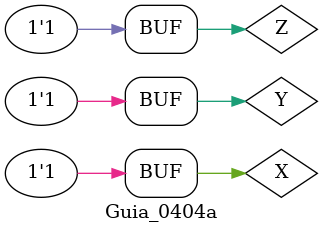
<source format=v>
/*
 Guia_0404a.v - v0.0. - 28 / 08 / 2022
 Autor    : Gabriel Vargas Bento de Souza
 Matricula: 778023
 */

/* 
 Produto das somas
               ____
F(X, Y, Z) =   | |  M (2, 4, 6, 7)
*/

/**
 PoS (2, 4, 6, 7)
 */
module PoS (output S,
            input  X, Y, Z);
   assign S = ( X | ~Y |  Z)  // 2
            & (~X |  Y |  Z)  // 4  
            & (~X | ~Y |  Z)  // 6
            & (~X | ~Y | ~Z); // 7
endmodule // PoS 

/**
  Guia_0404a.v
 */
module Guia_0404a;
   reg  X, Y, Z;
   wire S;
   
   // instancias
   PoS POS (S, X, Y, Z);
   
   // valores iniciais
   initial begin: start
      X=1'bx; Y=1'bx; Z=1'bx; // indefinidos
   end

   // parte principal
   initial begin: main
      // identificacao
       $display("Gabriel Vargas Bento de Souza - 778023");
       $display("Test boolean expression");
       $display("\n04.a) PoS (2, 4, 6, 7)\n");

       // monitoramento
       $display(" X  Y  Z  PoS(2, 4, 6, 7)");
       $monitor("%2b %2b %2b %10b", X, Y, Z, S);

       // sinalizacao
       #1 X=0; Y=0; Z=0;
       #1 X=0; Y=0; Z=1;
       #1 X=0; Y=1; Z=0;
       #1 X=0; Y=1; Z=1;
       #1 X=1; Y=0; Z=0;
       #1 X=1; Y=0; Z=1;
       #1 X=1; Y=1; Z=0;
       #1 X=1; Y=1; Z=1;
   end
endmodule // Guia_0404a
</source>
